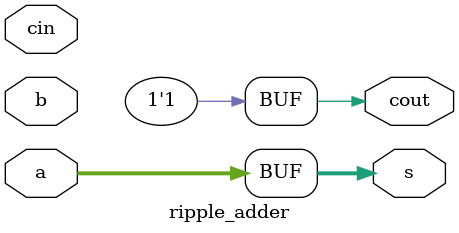
<source format=sv>
module ripple_adder (
	input  logic  [15:0] a, 
    input  logic  [15:0] b,
	input  logic         cin,
	
	output logic  [15:0] s,
	output logic         cout
);

	/* TODO
		*
		* Insert code here to implement a ripple adder.
		* Your code should be completly combinational (don't use always_ff or always_latch).
		* Feel free to create sub-modules or other files. */
    always_comb begin : testing
      s = a;
      cout = 1;
    end
    
endmodule

</source>
